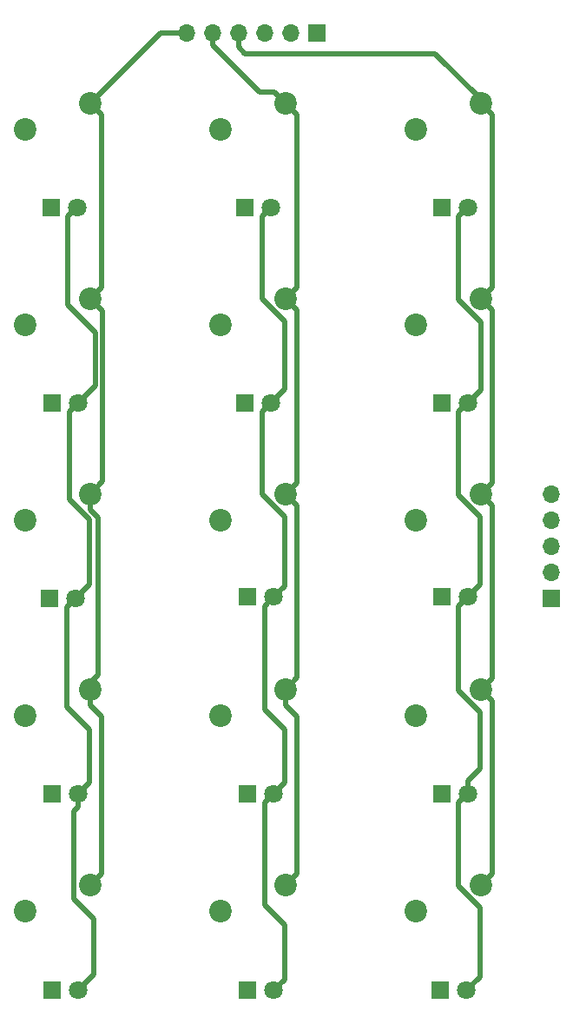
<source format=gbr>
G04 #@! TF.GenerationSoftware,KiCad,Pcbnew,(6.0.0-rc1-dev-113-g3868f21)*
G04 #@! TF.CreationDate,2018-09-11T18:01:50-04:00*
G04 #@! TF.ProjectId,CNCKeypad,434E434B65797061642E6B696361645F,rev?*
G04 #@! TF.SameCoordinates,Original*
G04 #@! TF.FileFunction,Copper,L1,Top,Signal*
G04 #@! TF.FilePolarity,Positive*
%FSLAX46Y46*%
G04 Gerber Fmt 4.6, Leading zero omitted, Abs format (unit mm)*
G04 Created by KiCad (PCBNEW (6.0.0-rc1-dev-113-g3868f21)) date Tuesday, September 11, 2018 at 06:01:50 PM*
%MOMM*%
%LPD*%
G01*
G04 APERTURE LIST*
G04 #@! TA.AperFunction,ComponentPad*
%ADD10O,1.700000X1.700000*%
G04 #@! TD*
G04 #@! TA.AperFunction,ComponentPad*
%ADD11R,1.700000X1.700000*%
G04 #@! TD*
G04 #@! TA.AperFunction,ComponentPad*
%ADD12C,2.200000*%
G04 #@! TD*
G04 #@! TA.AperFunction,ComponentPad*
%ADD13R,1.800000X1.800000*%
G04 #@! TD*
G04 #@! TA.AperFunction,ComponentPad*
%ADD14C,1.800000*%
G04 #@! TD*
G04 #@! TA.AperFunction,Conductor*
%ADD15C,0.500000*%
G04 #@! TD*
G04 APERTURE END LIST*
D10*
G04 #@! TO.P,J6,6*
G04 #@! TO.N,Net-(J6-Pad6)*
X115062000Y-58420000D03*
G04 #@! TO.P,J6,5*
G04 #@! TO.N,Net-(J6-Pad5)*
X117602000Y-58420000D03*
G04 #@! TO.P,J6,4*
G04 #@! TO.N,Net-(J6-Pad4)*
X120142000Y-58420000D03*
G04 #@! TO.P,J6,3*
G04 #@! TO.N,Net-(J6-Pad3)*
X122682000Y-58420000D03*
G04 #@! TO.P,J6,2*
G04 #@! TO.N,Net-(J6-Pad2)*
X125222000Y-58420000D03*
D11*
G04 #@! TO.P,J6,1*
G04 #@! TO.N,Net-(J6-Pad1)*
X127762000Y-58420000D03*
G04 #@! TD*
D12*
G04 #@! TO.P,SW6,2*
G04 #@! TO.N,Net-(D6-Pad2)*
X118364000Y-67818000D03*
G04 #@! TO.P,SW6,1*
G04 #@! TO.N,Net-(J6-Pad5)*
X124714000Y-65278000D03*
G04 #@! TD*
G04 #@! TO.P,SW1,2*
G04 #@! TO.N,Net-(D1-Pad2)*
X99314000Y-67818000D03*
G04 #@! TO.P,SW1,1*
G04 #@! TO.N,Net-(J6-Pad6)*
X105664000Y-65278000D03*
G04 #@! TD*
G04 #@! TO.P,SW12,2*
G04 #@! TO.N,Net-(D12-Pad2)*
X137414000Y-86868000D03*
G04 #@! TO.P,SW12,1*
G04 #@! TO.N,Net-(J6-Pad4)*
X143764000Y-84328000D03*
G04 #@! TD*
G04 #@! TO.P,SW11,2*
G04 #@! TO.N,Net-(D11-Pad2)*
X137414000Y-67818000D03*
G04 #@! TO.P,SW11,1*
G04 #@! TO.N,Net-(J6-Pad4)*
X143764000Y-65278000D03*
G04 #@! TD*
G04 #@! TO.P,SW13,2*
G04 #@! TO.N,Net-(D13-Pad2)*
X137414000Y-105918000D03*
G04 #@! TO.P,SW13,1*
G04 #@! TO.N,Net-(J6-Pad4)*
X143764000Y-103378000D03*
G04 #@! TD*
G04 #@! TO.P,SW2,2*
G04 #@! TO.N,Net-(D2-Pad2)*
X99314000Y-86868000D03*
G04 #@! TO.P,SW2,1*
G04 #@! TO.N,Net-(J6-Pad6)*
X105664000Y-84328000D03*
G04 #@! TD*
G04 #@! TO.P,SW3,2*
G04 #@! TO.N,Net-(D3-Pad2)*
X99314000Y-105918000D03*
G04 #@! TO.P,SW3,1*
G04 #@! TO.N,Net-(J6-Pad6)*
X105664000Y-103378000D03*
G04 #@! TD*
G04 #@! TO.P,SW4,2*
G04 #@! TO.N,Net-(D4-Pad2)*
X99314000Y-124968000D03*
G04 #@! TO.P,SW4,1*
G04 #@! TO.N,Net-(J6-Pad6)*
X105664000Y-122428000D03*
G04 #@! TD*
G04 #@! TO.P,SW5,2*
G04 #@! TO.N,Net-(D5-Pad2)*
X99314000Y-144018000D03*
G04 #@! TO.P,SW5,1*
G04 #@! TO.N,Net-(J6-Pad6)*
X105664000Y-141478000D03*
G04 #@! TD*
G04 #@! TO.P,SW7,2*
G04 #@! TO.N,Net-(D7-Pad2)*
X118364000Y-86868000D03*
G04 #@! TO.P,SW7,1*
G04 #@! TO.N,Net-(J6-Pad5)*
X124714000Y-84328000D03*
G04 #@! TD*
G04 #@! TO.P,SW8,2*
G04 #@! TO.N,Net-(D8-Pad2)*
X118364000Y-105918000D03*
G04 #@! TO.P,SW8,1*
G04 #@! TO.N,Net-(J6-Pad5)*
X124714000Y-103378000D03*
G04 #@! TD*
G04 #@! TO.P,SW9,2*
G04 #@! TO.N,Net-(D9-Pad2)*
X118364000Y-124968000D03*
G04 #@! TO.P,SW9,1*
G04 #@! TO.N,Net-(J6-Pad5)*
X124714000Y-122428000D03*
G04 #@! TD*
G04 #@! TO.P,SW10,2*
G04 #@! TO.N,Net-(D10-Pad2)*
X118364000Y-144018000D03*
G04 #@! TO.P,SW10,1*
G04 #@! TO.N,Net-(J6-Pad5)*
X124714000Y-141478000D03*
G04 #@! TD*
G04 #@! TO.P,SW14,2*
G04 #@! TO.N,Net-(D14-Pad2)*
X137414000Y-124968000D03*
G04 #@! TO.P,SW14,1*
G04 #@! TO.N,Net-(J6-Pad4)*
X143764000Y-122428000D03*
G04 #@! TD*
G04 #@! TO.P,SW15,2*
G04 #@! TO.N,Net-(D15-Pad2)*
X137414000Y-144018000D03*
G04 #@! TO.P,SW15,1*
G04 #@! TO.N,Net-(J6-Pad4)*
X143764000Y-141478000D03*
G04 #@! TD*
D13*
G04 #@! TO.P,D16,1*
G04 #@! TO.N,Net-(D1-Pad1)*
X101854000Y-75438000D03*
D14*
G04 #@! TO.P,D16,2*
G04 #@! TO.N,Net-(D16-Pad2)*
X104394000Y-75438000D03*
G04 #@! TD*
G04 #@! TO.P,D17,2*
G04 #@! TO.N,Net-(D16-Pad2)*
X104521000Y-94488000D03*
D13*
G04 #@! TO.P,D17,1*
G04 #@! TO.N,Net-(D12-Pad1)*
X101981000Y-94488000D03*
G04 #@! TD*
G04 #@! TO.P,D18,1*
G04 #@! TO.N,Net-(D13-Pad1)*
X101727000Y-113538000D03*
D14*
G04 #@! TO.P,D18,2*
G04 #@! TO.N,Net-(D16-Pad2)*
X104267000Y-113538000D03*
G04 #@! TD*
G04 #@! TO.P,D19,2*
G04 #@! TO.N,Net-(D16-Pad2)*
X104521000Y-132588000D03*
D13*
G04 #@! TO.P,D19,1*
G04 #@! TO.N,Net-(D14-Pad1)*
X101981000Y-132588000D03*
G04 #@! TD*
G04 #@! TO.P,D20,1*
G04 #@! TO.N,Net-(D10-Pad1)*
X101981000Y-151765000D03*
D14*
G04 #@! TO.P,D20,2*
G04 #@! TO.N,Net-(D16-Pad2)*
X104521000Y-151765000D03*
G04 #@! TD*
G04 #@! TO.P,D21,2*
G04 #@! TO.N,Net-(D21-Pad2)*
X123317000Y-75438000D03*
D13*
G04 #@! TO.P,D21,1*
G04 #@! TO.N,Net-(D1-Pad1)*
X120777000Y-75438000D03*
G04 #@! TD*
G04 #@! TO.P,D22,1*
G04 #@! TO.N,Net-(D12-Pad1)*
X120777000Y-94488000D03*
D14*
G04 #@! TO.P,D22,2*
G04 #@! TO.N,Net-(D21-Pad2)*
X123317000Y-94488000D03*
G04 #@! TD*
G04 #@! TO.P,D23,2*
G04 #@! TO.N,Net-(D21-Pad2)*
X123571000Y-113411000D03*
D13*
G04 #@! TO.P,D23,1*
G04 #@! TO.N,Net-(D13-Pad1)*
X121031000Y-113411000D03*
G04 #@! TD*
G04 #@! TO.P,D24,1*
G04 #@! TO.N,Net-(D14-Pad1)*
X121031000Y-132588000D03*
D14*
G04 #@! TO.P,D24,2*
G04 #@! TO.N,Net-(D21-Pad2)*
X123571000Y-132588000D03*
G04 #@! TD*
G04 #@! TO.P,D25,2*
G04 #@! TO.N,Net-(D21-Pad2)*
X123571000Y-151765000D03*
D13*
G04 #@! TO.P,D25,1*
G04 #@! TO.N,Net-(D10-Pad1)*
X121031000Y-151765000D03*
G04 #@! TD*
G04 #@! TO.P,D26,1*
G04 #@! TO.N,Net-(D1-Pad1)*
X139954000Y-75438000D03*
D14*
G04 #@! TO.P,D26,2*
G04 #@! TO.N,Net-(D26-Pad2)*
X142494000Y-75438000D03*
G04 #@! TD*
G04 #@! TO.P,D27,2*
G04 #@! TO.N,Net-(D26-Pad2)*
X142494000Y-94488000D03*
D13*
G04 #@! TO.P,D27,1*
G04 #@! TO.N,Net-(D12-Pad1)*
X139954000Y-94488000D03*
G04 #@! TD*
G04 #@! TO.P,D28,1*
G04 #@! TO.N,Net-(D13-Pad1)*
X139954000Y-113411000D03*
D14*
G04 #@! TO.P,D28,2*
G04 #@! TO.N,Net-(D26-Pad2)*
X142494000Y-113411000D03*
G04 #@! TD*
G04 #@! TO.P,D29,2*
G04 #@! TO.N,Net-(D26-Pad2)*
X142494000Y-132588000D03*
D13*
G04 #@! TO.P,D29,1*
G04 #@! TO.N,Net-(D14-Pad1)*
X139954000Y-132588000D03*
G04 #@! TD*
G04 #@! TO.P,D30,1*
G04 #@! TO.N,Net-(D10-Pad1)*
X139827000Y-151765000D03*
D14*
G04 #@! TO.P,D30,2*
G04 #@! TO.N,Net-(D26-Pad2)*
X142367000Y-151765000D03*
G04 #@! TD*
D10*
G04 #@! TO.P,J8,5*
G04 #@! TO.N,Net-(D1-Pad1)*
X150622000Y-103378000D03*
G04 #@! TO.P,J8,4*
G04 #@! TO.N,Net-(D12-Pad1)*
X150622000Y-105918000D03*
G04 #@! TO.P,J8,3*
G04 #@! TO.N,Net-(D13-Pad1)*
X150622000Y-108458000D03*
G04 #@! TO.P,J8,2*
G04 #@! TO.N,Net-(D14-Pad1)*
X150622000Y-110998000D03*
D11*
G04 #@! TO.P,J8,1*
G04 #@! TO.N,Net-(D10-Pad1)*
X150622000Y-113538000D03*
G04 #@! TD*
D15*
G04 #@! TO.N,Net-(D16-Pad2)*
X105574001Y-131534999D02*
X104521000Y-132588000D01*
X103367001Y-124124999D02*
X105574001Y-126331999D01*
X103367001Y-114437999D02*
X103367001Y-124124999D01*
X105574001Y-126331999D02*
X105574001Y-131534999D01*
X104267000Y-113538000D02*
X103367001Y-114437999D01*
X104113999Y-134267793D02*
X104113999Y-142848999D01*
X104521000Y-133860792D02*
X104113999Y-134267793D01*
X104521000Y-132588000D02*
X104521000Y-133860792D01*
X104113999Y-142848999D02*
X106045000Y-144780000D01*
X106045000Y-150241000D02*
X104521000Y-151765000D01*
X106045000Y-144780000D02*
X106045000Y-150241000D01*
X103621001Y-95387999D02*
X104521000Y-94488000D01*
X103621001Y-103880597D02*
X103621001Y-95387999D01*
X105574001Y-105833597D02*
X103621001Y-103880597D01*
X105574001Y-112230999D02*
X105574001Y-105833597D01*
X104267000Y-113538000D02*
X105574001Y-112230999D01*
X103494001Y-76337999D02*
X104394000Y-75438000D01*
X103494001Y-84952001D02*
X103494001Y-76337999D01*
X106172000Y-87630000D02*
X103494001Y-84952001D01*
X106172000Y-92837000D02*
X106172000Y-87630000D01*
X104521000Y-94488000D02*
X106172000Y-92837000D01*
G04 #@! TO.N,Net-(D21-Pad2)*
X124624001Y-131534999D02*
X123571000Y-132588000D01*
X124624001Y-126331999D02*
X124624001Y-131534999D01*
X122671001Y-124378999D02*
X124624001Y-126331999D01*
X122671001Y-114310999D02*
X122671001Y-124378999D01*
X123571000Y-113411000D02*
X122671001Y-114310999D01*
X122417001Y-95387999D02*
X123317000Y-94488000D01*
X122417001Y-103375003D02*
X122417001Y-95387999D01*
X124624001Y-105582003D02*
X122417001Y-103375003D01*
X124624001Y-112357999D02*
X124624001Y-105582003D01*
X123571000Y-113411000D02*
X124624001Y-112357999D01*
X122417001Y-76337999D02*
X123317000Y-75438000D01*
X122417001Y-84325003D02*
X122417001Y-76337999D01*
X124624001Y-86532003D02*
X122417001Y-84325003D01*
X124624001Y-93180999D02*
X124624001Y-86532003D01*
X123317000Y-94488000D02*
X124624001Y-93180999D01*
X124624001Y-150711999D02*
X123571000Y-151765000D01*
X124624001Y-145381999D02*
X124624001Y-150711999D01*
X122671001Y-143428999D02*
X124624001Y-145381999D01*
X122671001Y-133487999D02*
X122671001Y-143428999D01*
X123571000Y-132588000D02*
X122671001Y-133487999D01*
G04 #@! TO.N,Net-(D26-Pad2)*
X141594001Y-133487999D02*
X142494000Y-132588000D01*
X143674001Y-150457999D02*
X143674001Y-143682003D01*
X141594001Y-141602003D02*
X141594001Y-133487999D01*
X143674001Y-143682003D02*
X141594001Y-141602003D01*
X142367000Y-151765000D02*
X143674001Y-150457999D01*
X141594001Y-114310999D02*
X142494000Y-113411000D01*
X141594001Y-122552003D02*
X141594001Y-114310999D01*
X143674001Y-124632003D02*
X141594001Y-122552003D01*
X143674001Y-130135207D02*
X143674001Y-124632003D01*
X142494000Y-131315208D02*
X143674001Y-130135207D01*
X142494000Y-132588000D02*
X142494000Y-131315208D01*
X141594001Y-95387999D02*
X142494000Y-94488000D01*
X141594001Y-103502003D02*
X141594001Y-95387999D01*
X143674001Y-105582003D02*
X141594001Y-103502003D01*
X143674001Y-112230999D02*
X143674001Y-105582003D01*
X142494000Y-113411000D02*
X143674001Y-112230999D01*
X141594001Y-76337999D02*
X142494000Y-75438000D01*
X141594001Y-84452003D02*
X141594001Y-76337999D01*
X143764000Y-86622002D02*
X141594001Y-84452003D01*
X143764000Y-93218000D02*
X143764000Y-86622002D01*
X142494000Y-94488000D02*
X143764000Y-93218000D01*
G04 #@! TO.N,Net-(J6-Pad6)*
X105664000Y-121793000D02*
X105664000Y-122428000D01*
X106426000Y-121031000D02*
X105664000Y-121793000D01*
X106426000Y-105695634D02*
X106426000Y-121031000D01*
X105664000Y-104933634D02*
X106426000Y-105695634D01*
X105664000Y-103378000D02*
X105664000Y-104933634D01*
X106763999Y-140378001D02*
X105664000Y-141478000D01*
X105664000Y-123983634D02*
X106763999Y-125083633D01*
X106763999Y-125083633D02*
X106763999Y-140378001D01*
X105664000Y-122428000D02*
X105664000Y-123983634D01*
X106903999Y-102138001D02*
X105664000Y-103378000D01*
X106903999Y-85567999D02*
X106903999Y-102138001D01*
X105664000Y-84328000D02*
X106903999Y-85567999D01*
X106763999Y-83228001D02*
X105664000Y-84328000D01*
X106763999Y-66377999D02*
X106763999Y-83228001D01*
X105664000Y-65278000D02*
X106763999Y-66377999D01*
X105664000Y-64770000D02*
X105664000Y-65278000D01*
X112522000Y-58420000D02*
X105664000Y-65278000D01*
X115062000Y-58420000D02*
X112522000Y-58420000D01*
G04 #@! TO.N,Net-(J6-Pad5)*
X125813999Y-140378001D02*
X124714000Y-141478000D01*
X124714000Y-123983634D02*
X125813999Y-125083633D01*
X125813999Y-125083633D02*
X125813999Y-140378001D01*
X124714000Y-122428000D02*
X124714000Y-123983634D01*
X125857000Y-104521000D02*
X124714000Y-103378000D01*
X125857000Y-121285000D02*
X125857000Y-104521000D01*
X124714000Y-122428000D02*
X125857000Y-121285000D01*
X125813999Y-85427999D02*
X125813999Y-102278001D01*
X125813999Y-102278001D02*
X124714000Y-103378000D01*
X124714000Y-84328000D02*
X125813999Y-85427999D01*
X125813999Y-66377999D02*
X124714000Y-65278000D01*
X125813999Y-83228001D02*
X125813999Y-66377999D01*
X124714000Y-84328000D02*
X125813999Y-83228001D01*
X123614001Y-64178001D02*
X124714000Y-65278000D01*
X122157920Y-64178001D02*
X123614001Y-64178001D01*
X117602000Y-59622081D02*
X122157920Y-64178001D01*
X117602000Y-58420000D02*
X117602000Y-59622081D01*
G04 #@! TO.N,Net-(J6-Pad4)*
X144863999Y-83228001D02*
X143764000Y-84328000D01*
X144863999Y-66377999D02*
X144863999Y-83228001D01*
X143764000Y-65278000D02*
X144863999Y-66377999D01*
X144863999Y-102278001D02*
X143764000Y-103378000D01*
X144863999Y-85427999D02*
X144863999Y-102278001D01*
X143764000Y-84328000D02*
X144863999Y-85427999D01*
X144863999Y-121328001D02*
X143764000Y-122428000D01*
X144863999Y-104477999D02*
X144863999Y-121328001D01*
X143764000Y-103378000D02*
X144863999Y-104477999D01*
X144863999Y-140378001D02*
X143764000Y-141478000D01*
X144863999Y-123527999D02*
X144863999Y-140378001D01*
X143764000Y-122428000D02*
X144863999Y-123527999D01*
X139319000Y-60452000D02*
X120777000Y-60452000D01*
X120142000Y-59817000D02*
X120142000Y-58420000D01*
X143764000Y-64897000D02*
X139319000Y-60452000D01*
X120777000Y-60452000D02*
X120142000Y-59817000D01*
X143764000Y-65278000D02*
X143764000Y-64897000D01*
G04 #@! TD*
M02*

</source>
